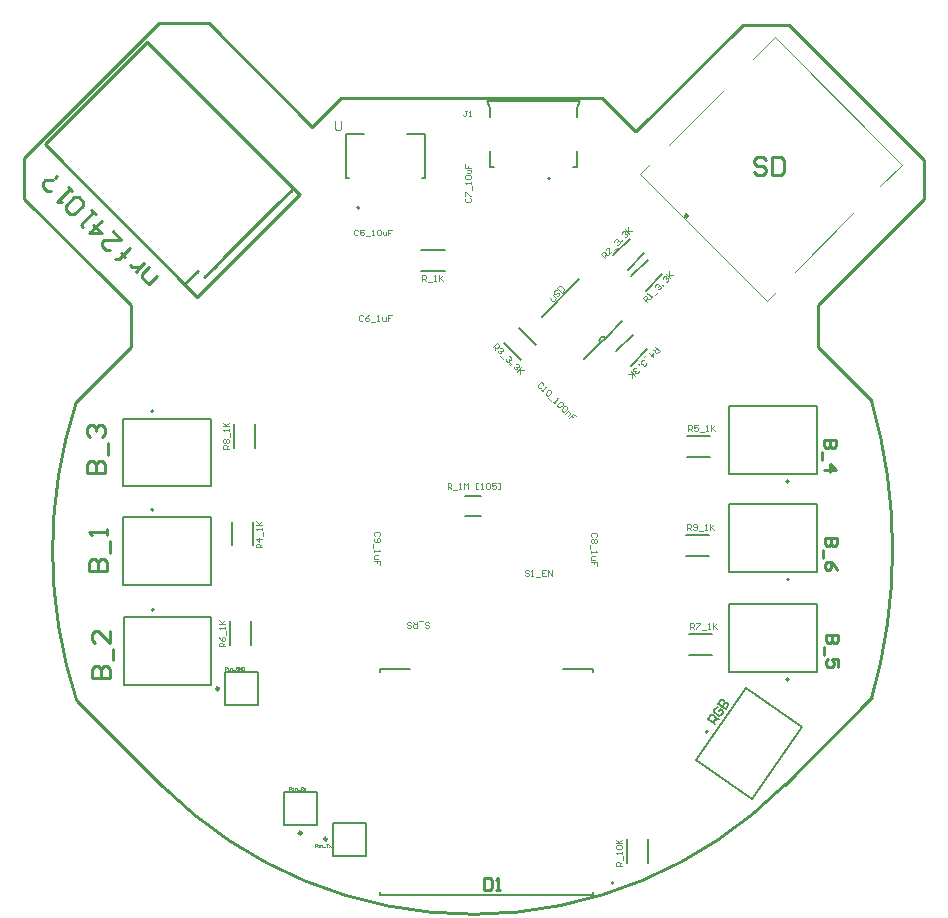
<source format=gbr>
%TF.GenerationSoftware,Altium Limited,Altium Designer,20.0.13 (296)*%
G04 Layer_Color=65535*
%FSLAX45Y45*%
%MOMM*%
%TF.FileFunction,Legend,Top*%
%TF.Part,Single*%
G01*
G75*
%TA.AperFunction,NonConductor*%
%ADD72C,0.20000*%
%ADD73C,0.12700*%
%ADD74C,0.10000*%
%ADD96C,0.25000*%
%ADD97C,0.15240*%
%ADD98C,0.25400*%
%ADD99C,0.20320*%
%ADD100C,0.02540*%
%ADD101C,0.12540*%
D72*
X12406728Y6651558D02*
G03*
X12406728Y6651558I-10000J0D01*
G01*
X13091000Y8770300D02*
G03*
X13091000Y8770300I-10000J0D01*
G01*
X13094080Y7940560D02*
G03*
X13094080Y7940560I-10000J0D01*
G01*
X13091000Y7093900D02*
G03*
X13091000Y7093900I-10000J0D01*
G01*
X7710740Y9365300D02*
G03*
X7710740Y9365300I-10000J0D01*
G01*
X7710200Y8529640D02*
G03*
X7710200Y8529640I-10000J0D01*
G01*
X7715280Y7683820D02*
G03*
X7715280Y7683820I-10000J0D01*
G01*
X11607405Y5371540D02*
G03*
X11607405Y5371540I-10000J0D01*
G01*
X11070260Y11335000D02*
G03*
X11070260Y11335000I-10000J0D01*
G01*
X9455860Y11086680D02*
G03*
X9455860Y11086680I-10000J0D01*
G01*
X8318200Y6875480D02*
X8598200D01*
Y7155480D01*
X8318200D02*
X8598200D01*
X8318200Y6875480D02*
Y7155480D01*
X10540258Y11989999D02*
X10560258Y11935998D01*
X10540258Y11989999D02*
X11320262D01*
X10560258Y11434999D02*
X10595259D01*
X10560258D02*
Y11570000D01*
X11300262Y11935998D02*
X11320262Y11989999D01*
X11300262Y11860002D02*
Y11935998D01*
X11265261Y11434999D02*
X11300262D01*
Y11570000D01*
X10560258Y11860002D02*
Y11935998D01*
X8813500Y5859480D02*
X9093500D01*
X8813500D02*
Y6139480D01*
X9093500D01*
Y5859480D02*
Y6139480D01*
X9234480Y5602280D02*
Y5882279D01*
X9514479D01*
Y5602280D02*
Y5882279D01*
X9234480Y5602280D02*
X9514479D01*
D73*
X12307397Y6415019D02*
X12731847Y7021190D01*
X12307397Y6415019D02*
X12778410Y6085210D01*
X13202859Y6691386D01*
X12731847Y7021190D02*
X13202859Y6691386D01*
X12586000Y8832799D02*
X13325998D01*
Y9407799D01*
X12586000D02*
X13325998D01*
X12586000Y8832799D02*
Y9407799D01*
X12589078Y8003062D02*
X13329082D01*
Y8578063D01*
X12589078D02*
X13329082D01*
X12589078Y8003062D02*
Y8578063D01*
X12586000Y7156399D02*
X13325998D01*
Y7731399D01*
X12586000D02*
X13325998D01*
X12586000Y7156399D02*
Y7731399D01*
X7455738Y9302801D02*
X8195742D01*
X7455738Y8727801D02*
Y9302801D01*
Y8727801D02*
X8195742D01*
Y9302801D01*
X7455200Y8467141D02*
X8195198D01*
X7455200Y7892141D02*
Y8467141D01*
Y7892141D02*
X8195198D01*
Y8467141D01*
X7460280Y7621321D02*
X8200278D01*
X7460280Y7046321D02*
Y7621321D01*
Y7046321D02*
X8200278D01*
Y7621321D01*
X11432408Y5265542D02*
Y5295539D01*
X9632406Y5265542D02*
X11432408D01*
X9632406D02*
Y5295539D01*
X11432408Y7155541D02*
Y7185538D01*
X11181405D02*
X11432408D01*
X9632406D02*
X9883404D01*
X9632406Y7155541D02*
Y7185538D01*
X9338859Y11337981D02*
Y11709979D01*
X10010861Y11337981D02*
Y11709979D01*
X9338859Y11337981D02*
X9364858D01*
X9985858D02*
X10010861D01*
X9861860Y11709979D02*
X10010861D01*
X9338859D02*
X9498858D01*
X10351399Y8644799D02*
X10485399D01*
X10351399Y8474801D02*
X10485399D01*
X11752423Y9746955D02*
X11893845Y9888377D01*
X11626555Y9872823D02*
X11767977Y10014245D01*
X10807543Y10067585D02*
X10948965Y9926163D01*
X10681675Y9941717D02*
X10823097Y9800295D01*
X11879423Y10381955D02*
X12020845Y10523377D01*
X11753555Y10507823D02*
X11894977Y10649245D01*
X11727023Y10559755D02*
X11868445Y10701177D01*
X11601155Y10685623D02*
X11742577Y10827045D01*
X8376818Y8228660D02*
Y8428660D01*
X8554822Y8228660D02*
Y8428660D01*
X8392058Y9056700D02*
Y9256700D01*
X8570062Y9056700D02*
Y9256700D01*
X8359038Y7385380D02*
Y7585380D01*
X8537042Y7385380D02*
Y7585380D01*
X12227098Y9156802D02*
X12427102D01*
X12227098Y8978798D02*
X12427102D01*
X12244400Y7480402D02*
X12444400D01*
X12244400Y7302398D02*
X12444400D01*
X12219000Y8318602D02*
X12419000D01*
X12219000Y8140598D02*
X12419000D01*
X9976658Y10551058D02*
X10176662D01*
X9976658Y10729062D02*
X10176662D01*
X11900002Y5538800D02*
Y5738800D01*
X11721998Y5538800D02*
Y5738800D01*
D74*
X12788910Y12344725D02*
X12974371Y12530181D01*
X13866013Y11267623D02*
X14051468Y11453078D01*
X12974371Y12530181D02*
X14051468Y11453078D01*
X13140715Y10546924D02*
X13635690Y11041898D01*
X12907372Y10299436D02*
X12985152Y10377216D01*
X11832570Y11374237D02*
X12907372Y10299436D01*
X12072986Y11614653D02*
X12539675Y12081342D01*
X11832570Y11374237D02*
X11917421Y11459088D01*
X10202039Y8704074D02*
Y8754057D01*
X10227031D01*
X10235362Y8745727D01*
Y8729065D01*
X10227031Y8720735D01*
X10202039D01*
X10218700D02*
X10235362Y8704074D01*
X10252023Y8695743D02*
X10285345D01*
X10302006Y8704074D02*
X10318667D01*
X10310337D01*
Y8754057D01*
X10302006Y8745727D01*
X10343660Y8704074D02*
Y8754057D01*
X10360321Y8737396D01*
X10376982Y8754057D01*
Y8704074D01*
X10460288D02*
X10443627D01*
Y8754057D01*
X10460288D01*
X10485280Y8704074D02*
X10501941D01*
X10493611D01*
Y8754057D01*
X10485280Y8745727D01*
X10526933D02*
X10535264Y8754057D01*
X10551925D01*
X10560256Y8745727D01*
Y8712404D01*
X10551925Y8704074D01*
X10535264D01*
X10526933Y8712404D01*
Y8745727D01*
X10610239Y8754057D02*
X10576917D01*
Y8729065D01*
X10593578Y8737396D01*
X10601909D01*
X10610239Y8729065D01*
Y8712404D01*
X10601909Y8704074D01*
X10585248D01*
X10576917Y8712404D01*
X10626901Y8704074D02*
X10643562D01*
Y8754057D01*
X10626901D01*
X9486007Y10173207D02*
X9477677Y10181537D01*
X9461016D01*
X9452685Y10173207D01*
Y10139884D01*
X9461016Y10131554D01*
X9477677D01*
X9486007Y10139884D01*
X9535991Y10181537D02*
X9519330Y10173207D01*
X9502669Y10156545D01*
Y10139884D01*
X9510999Y10131554D01*
X9527660D01*
X9535991Y10139884D01*
Y10148215D01*
X9527660Y10156545D01*
X9502669D01*
X9552652Y10123223D02*
X9585975D01*
X9602636Y10131554D02*
X9619297D01*
X9610967D01*
Y10181537D01*
X9602636Y10173207D01*
X9644289Y10164876D02*
Y10139884D01*
X9652620Y10131554D01*
X9677612D01*
Y10164876D01*
X9727595Y10181537D02*
X9694273D01*
Y10156545D01*
X9710934D01*
X9694273D01*
Y10131554D01*
X9443236Y10894567D02*
X9434905Y10902897D01*
X9418244D01*
X9409913Y10894567D01*
Y10861244D01*
X9418244Y10852914D01*
X9434905D01*
X9443236Y10861244D01*
X9493219Y10902897D02*
X9459897D01*
Y10877905D01*
X9476558Y10886236D01*
X9484889D01*
X9493219Y10877905D01*
Y10861244D01*
X9484889Y10852914D01*
X9468227D01*
X9459897Y10861244D01*
X9509880Y10844583D02*
X9543203D01*
X9559864Y10852914D02*
X9576525D01*
X9568195D01*
Y10902897D01*
X9559864Y10894567D01*
X9601517D02*
X9609848Y10902897D01*
X9626509D01*
X9634840Y10894567D01*
Y10861244D01*
X9626509Y10852914D01*
X9609848D01*
X9601517Y10861244D01*
Y10894567D01*
X9651501Y10886236D02*
Y10861244D01*
X9659832Y10852914D01*
X9684823D01*
Y10886236D01*
X9734807Y10902897D02*
X9701485D01*
Y10877905D01*
X9718146D01*
X9701485D01*
Y10852914D01*
X12231937Y8361174D02*
Y8411157D01*
X12256928D01*
X12265259Y8402827D01*
Y8386165D01*
X12256928Y8377835D01*
X12231937D01*
X12248598D02*
X12265259Y8361174D01*
X12281920Y8369504D02*
X12290251Y8361174D01*
X12306912D01*
X12315243Y8369504D01*
Y8402827D01*
X12306912Y8411157D01*
X12290251D01*
X12281920Y8402827D01*
Y8394496D01*
X12290251Y8386165D01*
X12315243D01*
X12331904Y8352843D02*
X12365226D01*
X12381888Y8361174D02*
X12398549D01*
X12390218D01*
Y8411157D01*
X12381888Y8402827D01*
X12423541Y8411157D02*
Y8361174D01*
Y8377835D01*
X12456863Y8411157D01*
X12431872Y8386165D01*
X12456863Y8361174D01*
X8349486Y9044237D02*
X8299503D01*
Y9069229D01*
X8307833Y9077559D01*
X8324494D01*
X8332825Y9069229D01*
Y9044237D01*
Y9060898D02*
X8349486Y9077559D01*
X8307833Y9094221D02*
X8299503Y9102551D01*
Y9119212D01*
X8307833Y9127543D01*
X8316164D01*
X8324494Y9119212D01*
X8332825Y9127543D01*
X8341156D01*
X8349486Y9119212D01*
Y9102551D01*
X8341156Y9094221D01*
X8332825D01*
X8324494Y9102551D01*
X8316164Y9094221D01*
X8307833D01*
X8324494Y9102551D02*
Y9119212D01*
X8357817Y9144204D02*
Y9177527D01*
X8349486Y9194188D02*
Y9210849D01*
Y9202519D01*
X8299503D01*
X8307833Y9194188D01*
X8299503Y9235841D02*
X8349486D01*
X8332825D01*
X8299503Y9269164D01*
X8324494Y9244172D01*
X8349486Y9269164D01*
X12257337Y7522974D02*
Y7572957D01*
X12282328D01*
X12290659Y7564627D01*
Y7547965D01*
X12282328Y7539635D01*
X12257337D01*
X12273998D02*
X12290659Y7522974D01*
X12307320Y7572957D02*
X12340643D01*
Y7564627D01*
X12307320Y7531304D01*
Y7522974D01*
X12357304Y7514643D02*
X12390626D01*
X12407288Y7522974D02*
X12423949D01*
X12415618D01*
Y7572957D01*
X12407288Y7564627D01*
X12448941Y7572957D02*
Y7522974D01*
Y7539635D01*
X12482263Y7572957D01*
X12457272Y7547965D01*
X12482263Y7522974D01*
X8316466Y7372917D02*
X8266482D01*
Y7397908D01*
X8274813Y7406239D01*
X8291474D01*
X8299805Y7397908D01*
Y7372917D01*
Y7389578D02*
X8316466Y7406239D01*
X8266482Y7456223D02*
X8274813Y7439561D01*
X8291474Y7422900D01*
X8308135D01*
X8316466Y7431231D01*
Y7447892D01*
X8308135Y7456223D01*
X8299805D01*
X8291474Y7447892D01*
Y7422900D01*
X8324796Y7472884D02*
Y7506206D01*
X8316466Y7522868D02*
Y7539529D01*
Y7531198D01*
X8266482D01*
X8274813Y7522868D01*
X8266482Y7564521D02*
X8316466D01*
X8299805D01*
X8266482Y7597843D01*
X8291474Y7572852D01*
X8316466Y7597843D01*
X12240037Y9199374D02*
Y9249357D01*
X12265029D01*
X12273359Y9241027D01*
Y9224365D01*
X12265029Y9216035D01*
X12240037D01*
X12256698D02*
X12273359Y9199374D01*
X12323343Y9249357D02*
X12290020D01*
Y9224365D01*
X12306682Y9232696D01*
X12315012D01*
X12323343Y9224365D01*
Y9207704D01*
X12315012Y9199374D01*
X12298351D01*
X12290020Y9207704D01*
X12340004Y9191043D02*
X12373327D01*
X12389988Y9199374D02*
X12406649D01*
X12398318D01*
Y9249357D01*
X12389988Y9241027D01*
X12431641Y9249357D02*
Y9199374D01*
Y9216035D01*
X12464963Y9249357D01*
X12439972Y9224365D01*
X12464963Y9199374D01*
X8633966Y8211117D02*
X8583983D01*
Y8236109D01*
X8592313Y8244439D01*
X8608974D01*
X8617305Y8236109D01*
Y8211117D01*
Y8227778D02*
X8633966Y8244439D01*
Y8286092D02*
X8583983D01*
X8608974Y8261101D01*
Y8294423D01*
X8642297Y8311084D02*
Y8344407D01*
X8633966Y8361068D02*
Y8377729D01*
Y8369399D01*
X8583983D01*
X8592313Y8361068D01*
X8583983Y8402721D02*
X8633966D01*
X8617305D01*
X8583983Y8436044D01*
X8608974Y8411052D01*
X8633966Y8436044D01*
X11961941Y9908593D02*
X11997284Y9873249D01*
X11979612Y9855578D01*
X11967831Y9855577D01*
X11956050Y9867359D01*
Y9879140D01*
X11973722Y9896812D01*
X11961941Y9885031D02*
X11938378Y9885031D01*
X11908925Y9855578D02*
X11944269Y9820234D01*
Y9855578D01*
X11920706Y9832015D01*
X11885362Y9843796D02*
X11861800Y9820234D01*
X11885363Y9773109D02*
X11885362Y9761327D01*
X11873581Y9749546D01*
X11861800Y9749546D01*
X11855909Y9755437D01*
Y9767218D01*
X11861800Y9773109D01*
X11855909Y9767218D01*
X11844128D01*
X11838237Y9773109D01*
Y9784890D01*
X11850018Y9796671D01*
X11861800D01*
X11820565Y9767218D02*
X11826456Y9761327D01*
X11820565Y9755437D01*
X11814675Y9761327D01*
X11820565Y9767218D01*
Y9708312D02*
X11820565Y9696531D01*
X11808784Y9684749D01*
X11797003D01*
X11791112Y9690640D01*
Y9702421D01*
X11797003Y9708312D01*
X11791112Y9702421D01*
X11779331D01*
X11773440Y9708312D01*
Y9720093D01*
X11785222Y9731874D01*
X11797003D01*
X11791112Y9667077D02*
X11755768Y9702421D01*
X11767549Y9690640D01*
Y9643515D01*
Y9678859D01*
X11732206D01*
X10584126Y9907081D02*
X10619470Y9942425D01*
X10637142Y9924753D01*
X10637142Y9912972D01*
X10625361Y9901190D01*
X10613579D01*
X10595907Y9918862D01*
X10607688Y9907081D02*
X10607689Y9883518D01*
X10648923Y9901190D02*
X10660704Y9901190D01*
X10672486Y9889409D01*
Y9877628D01*
X10666595Y9871737D01*
X10654814D01*
X10648923Y9877628D01*
X10654814Y9871737D01*
Y9859956D01*
X10648923Y9854065D01*
X10637142D01*
X10625361Y9865846D01*
Y9877628D01*
X10648923Y9830503D02*
X10672486Y9806940D01*
X10719611Y9830503D02*
X10731392Y9830503D01*
X10743173Y9818721D01*
X10743173Y9806940D01*
X10737283Y9801049D01*
X10725501D01*
X10719611Y9806940D01*
X10725501Y9801049D01*
Y9789268D01*
X10719611Y9783377D01*
X10707829D01*
X10696048Y9795159D01*
Y9806940D01*
X10725501Y9765706D02*
X10731392Y9771596D01*
X10737283Y9765706D01*
X10731392Y9759815D01*
X10725501Y9765706D01*
X10784408D02*
X10796189Y9765705D01*
X10807970Y9753924D01*
Y9742143D01*
X10802080Y9736252D01*
X10790298D01*
X10784408Y9742143D01*
X10790298Y9736252D01*
Y9724471D01*
X10784408Y9718581D01*
X10772626D01*
X10760845Y9730362D01*
Y9742143D01*
X10825642Y9736252D02*
X10790298Y9700909D01*
X10802079Y9712690D01*
X10849205D01*
X10813861D01*
Y9677346D01*
X11535876Y10662589D02*
X11500532Y10697933D01*
X11518205Y10715605D01*
X11529986Y10715605D01*
X11541767Y10703823D01*
Y10692042D01*
X11524095Y10674370D01*
X11535876Y10686151D02*
X11559439Y10686152D01*
X11594783Y10721495D02*
X11571220Y10697933D01*
Y10745058D01*
X11565329Y10750949D01*
X11553548D01*
X11541767Y10739167D01*
X11541767Y10727386D01*
X11612455D02*
X11636017Y10750949D01*
X11612454Y10798074D02*
X11612455Y10809855D01*
X11624236Y10821636D01*
X11636017Y10821636D01*
X11641908Y10815745D01*
Y10803964D01*
X11636017Y10798073D01*
X11641908Y10803964D01*
X11653689D01*
X11659580Y10798074D01*
Y10786292D01*
X11647798Y10774511D01*
X11636017D01*
X11677251Y10803964D02*
X11671361Y10809855D01*
X11677251Y10815745D01*
X11683142Y10809855D01*
X11677251Y10803964D01*
Y10862871D02*
X11677252Y10874652D01*
X11689033Y10886433D01*
X11700814D01*
X11706705Y10880543D01*
Y10868761D01*
X11700814Y10862871D01*
X11706705Y10868761D01*
X11718486D01*
X11724377Y10862871D01*
Y10851089D01*
X11712595Y10839308D01*
X11700814D01*
X11706705Y10904105D02*
X11742048Y10868761D01*
X11730267Y10880542D01*
Y10927668D01*
Y10892324D01*
X11765611D01*
X11888787Y10290168D02*
X11853443Y10325512D01*
X11871115Y10343184D01*
X11882896Y10343184D01*
X11894678Y10331403D01*
Y10319621D01*
X11877006Y10301950D01*
X11888787Y10313731D02*
X11912350Y10313731D01*
X11924131Y10325512D02*
X11935912Y10337293D01*
X11930022Y10331403D01*
X11894678Y10366747D01*
X11894678Y10354965D01*
X11959475Y10349075D02*
X11983038Y10372637D01*
X11959475Y10419762D02*
X11959475Y10431544D01*
X11971256Y10443325D01*
X11983037Y10443325D01*
X11988928Y10437434D01*
Y10425653D01*
X11983037Y10419762D01*
X11988928Y10425653D01*
X12000710D01*
X12006600Y10419762D01*
Y10407981D01*
X11994819Y10396200D01*
X11983037D01*
X12024272Y10425653D02*
X12018381Y10431544D01*
X12024272Y10437434D01*
X12030163Y10431544D01*
X12024272Y10425653D01*
Y10484559D02*
X12024272Y10496341D01*
X12036053Y10508122D01*
X12047834D01*
X12053725Y10502231D01*
Y10490450D01*
X12047834Y10484559D01*
X12053725Y10490450D01*
X12065506D01*
X12071397Y10484559D01*
Y10472778D01*
X12059616Y10460997D01*
X12047834D01*
X12053725Y10525794D02*
X12089069Y10490450D01*
X12077288Y10502231D01*
Y10549356D01*
Y10514012D01*
X12112631D01*
X11013833Y9585221D02*
X11013832Y9597002D01*
X11002051Y9608783D01*
X10990270Y9608783D01*
X10966708Y9585221D01*
Y9573439D01*
X10978489Y9561658D01*
X10990270D01*
X10996161Y9543986D02*
X11007942Y9532205D01*
X11002051Y9538095D01*
X11037395Y9573439D01*
X11025614Y9573439D01*
X11055067Y9543986D02*
X11066848D01*
X11078630Y9532205D01*
Y9520423D01*
X11055067Y9496861D01*
X11043286D01*
X11031504Y9508642D01*
Y9520423D01*
X11055067Y9543986D01*
X11055067Y9473298D02*
X11078630Y9449736D01*
X11096301Y9443845D02*
X11108083Y9432064D01*
X11102192Y9437954D01*
X11137536Y9473298D01*
X11125755Y9473299D01*
X11155208Y9443845D02*
X11166989Y9443845D01*
X11178770Y9432064D01*
Y9420283D01*
X11155208Y9396720D01*
X11143427D01*
X11131645Y9408501D01*
Y9420283D01*
X11155208Y9443845D01*
X11190552Y9408501D02*
X11202333D01*
X11214114Y9396720D01*
X11214114Y9384939D01*
X11190552Y9361376D01*
X11178770D01*
X11166989Y9373158D01*
Y9384939D01*
X11190552Y9408501D01*
X11196442Y9343704D02*
X11220005Y9367267D01*
X11237677Y9349595D01*
Y9337814D01*
X11220005Y9320142D01*
X11290692D02*
X11267130Y9343704D01*
X11249458Y9326033D01*
X11261239Y9314251D01*
X11249458Y9326033D01*
X11231786Y9308361D01*
X10008314Y7535673D02*
X10016645Y7527343D01*
X10033306D01*
X10041637Y7535673D01*
Y7544004D01*
X10033306Y7552335D01*
X10016645D01*
X10008314Y7560665D01*
Y7568996D01*
X10016645Y7577326D01*
X10033306D01*
X10041637Y7568996D01*
X9991653Y7585657D02*
X9958330D01*
X9941669Y7577326D02*
Y7527343D01*
X9916677D01*
X9908347Y7535673D01*
Y7552335D01*
X9916677Y7560665D01*
X9941669D01*
X9925008D02*
X9908347Y7577326D01*
X9858363Y7535673D02*
X9866694Y7527343D01*
X9883355D01*
X9891686Y7535673D01*
Y7544004D01*
X9883355Y7552335D01*
X9866694D01*
X9858363Y7560665D01*
Y7568996D01*
X9866694Y7577326D01*
X9883355D01*
X9891686Y7568996D01*
X10893659Y8009127D02*
X10885328Y8017457D01*
X10868667D01*
X10860337Y8009127D01*
Y8000796D01*
X10868667Y7992465D01*
X10885328D01*
X10893659Y7984135D01*
Y7975804D01*
X10885328Y7967474D01*
X10868667D01*
X10860337Y7975804D01*
X10910320Y7967474D02*
X10926981D01*
X10918651D01*
Y8017457D01*
X10910320Y8009127D01*
X10951974Y7959143D02*
X10985296D01*
X11035280Y8017457D02*
X11001957D01*
Y7967474D01*
X11035280D01*
X11001957Y7992465D02*
X11018618D01*
X11051941Y7967474D02*
Y8017457D01*
X11085263Y7967474D01*
Y8017457D01*
X11679426Y5513637D02*
X11629443D01*
Y5538629D01*
X11637773Y5546959D01*
X11654434D01*
X11662765Y5538629D01*
Y5513637D01*
Y5530298D02*
X11679426Y5546959D01*
X11687757Y5563621D02*
Y5596943D01*
X11679426Y5613604D02*
Y5630265D01*
Y5621935D01*
X11629443D01*
X11637773Y5613604D01*
Y5655257D02*
X11629443Y5663588D01*
Y5680249D01*
X11637773Y5688580D01*
X11671096D01*
X11679426Y5680249D01*
Y5663588D01*
X11671096Y5655257D01*
X11637773D01*
X11629443Y5705241D02*
X11679426D01*
X11662765D01*
X11629443Y5738564D01*
X11654434Y5713572D01*
X11679426Y5738564D01*
X9989189Y10466834D02*
Y10516817D01*
X10014180D01*
X10022511Y10508487D01*
Y10491825D01*
X10014180Y10483495D01*
X9989189D01*
X10005850D02*
X10022511Y10466834D01*
X10039172Y10458503D02*
X10072495D01*
X10089156Y10466834D02*
X10105817D01*
X10097487D01*
Y10516817D01*
X10089156Y10508487D01*
X10130809Y10516817D02*
Y10466834D01*
Y10483495D01*
X10164132Y10516817D01*
X10139140Y10491825D01*
X10164132Y10466834D01*
X9622027Y8308333D02*
X9630357Y8316663D01*
Y8333324D01*
X9622027Y8341655D01*
X9588704D01*
X9580374Y8333324D01*
Y8316663D01*
X9588704Y8308333D01*
Y8291672D02*
X9580374Y8283341D01*
Y8266680D01*
X9588704Y8258349D01*
X9622027D01*
X9630357Y8266680D01*
Y8283341D01*
X9622027Y8291672D01*
X9613696D01*
X9605365Y8283341D01*
Y8258349D01*
X9572043Y8241688D02*
Y8208365D01*
X9580374Y8191704D02*
Y8175043D01*
Y8183374D01*
X9630357D01*
X9622027Y8191704D01*
X9613696Y8150051D02*
X9588704D01*
X9580374Y8141720D01*
Y8116728D01*
X9613696D01*
X9630357Y8066745D02*
Y8100067D01*
X9605365D01*
Y8083406D01*
Y8100067D01*
X9580374D01*
X11455906Y8299812D02*
X11464237Y8308143D01*
Y8324804D01*
X11455906Y8333135D01*
X11422584D01*
X11414253Y8324804D01*
Y8308143D01*
X11422584Y8299812D01*
X11455906Y8283151D02*
X11464237Y8274821D01*
Y8258160D01*
X11455906Y8249829D01*
X11447576D01*
X11439245Y8258160D01*
X11430914Y8249829D01*
X11422584D01*
X11414253Y8258160D01*
Y8274821D01*
X11422584Y8283151D01*
X11430914D01*
X11439245Y8274821D01*
X11447576Y8283151D01*
X11455906D01*
X11439245Y8274821D02*
Y8258160D01*
X11405923Y8233168D02*
Y8199845D01*
X11414253Y8183184D02*
Y8166523D01*
Y8174853D01*
X11464237D01*
X11455906Y8183184D01*
X11447576Y8141531D02*
X11422584D01*
X11414253Y8133200D01*
Y8108208D01*
X11447576D01*
X11464237Y8058225D02*
Y8091547D01*
X11439245D01*
Y8074886D01*
Y8091547D01*
X11414253D01*
X10355073Y11169695D02*
X10346743Y11161365D01*
Y11144704D01*
X10355073Y11136373D01*
X10388396D01*
X10396726Y11144704D01*
Y11161365D01*
X10388396Y11169695D01*
X10346743Y11186357D02*
Y11219679D01*
X10355073D01*
X10388396Y11186357D01*
X10396726D01*
X10405057Y11236340D02*
Y11269663D01*
X10396726Y11286324D02*
Y11302985D01*
Y11294655D01*
X10346743D01*
X10355073Y11286324D01*
Y11327977D02*
X10346743Y11336308D01*
Y11352969D01*
X10355073Y11361300D01*
X10388396D01*
X10396726Y11352969D01*
Y11336308D01*
X10388396Y11327977D01*
X10355073D01*
X10363404Y11377961D02*
X10388396D01*
X10396726Y11386291D01*
Y11411283D01*
X10363404D01*
X10346743Y11461267D02*
Y11427944D01*
X10371735D01*
Y11444606D01*
Y11427944D01*
X10396726D01*
D96*
X8265700Y7015480D02*
G03*
X8265700Y7015480I-12500J0D01*
G01*
X8966000Y5794480D02*
G03*
X8966000Y5794480I-12500J0D01*
G01*
X9181980Y5742280D02*
G03*
X9181980Y5742280I-12500J0D01*
G01*
X12236858Y11017766D02*
G03*
X12236858Y11017766I-12500J0D01*
G01*
D97*
X11539718Y9986707D02*
G03*
X11496613Y9943602I-21553J-21553D01*
G01*
X11539718Y9986706D02*
X11678016Y10125004D01*
X11496614Y9943602D02*
X11539718Y9986706D01*
X11358316Y9805304D02*
X11496614Y9943602D01*
X10999104Y10164516D02*
X11318804Y10484216D01*
D98*
X7787758Y6191670D02*
G03*
X13059306Y6202690I2630265J2641284D01*
G01*
X13792215Y6934185D02*
G03*
X13792215Y9448785I-4356488J1257300D01*
G01*
X7061200Y9448800D02*
G03*
X7062430Y6913548I3840667J-1265763D01*
G01*
X6790228Y11624193D02*
X7656718Y12490684D01*
X6790228Y11624193D02*
X8081264Y10333162D01*
X8230337Y10589997D02*
X8320136Y10679796D01*
X8140517Y10500177D02*
X8230321Y10589981D01*
X7973502Y10440924D02*
X8086639Y10554061D01*
X8320136Y10679796D02*
X8409940Y10769600D01*
X8499744Y10859404D01*
X8589543Y10949203D01*
X8679348Y11039008D01*
X8769152Y11128812D01*
X7656718Y12490684D02*
X8947470Y11199932D01*
X7972740Y10440731D02*
X8085877Y10553873D01*
X8769152Y11128812D02*
X8882289Y11241949D01*
X8081264Y10333162D02*
X8948755Y11200653D01*
X13792204Y6934175D02*
X13792215Y6934185D01*
X13790793Y6934175D02*
X13792204D01*
X13059308Y6202690D02*
X13790793Y6934175D01*
X7061200Y9448800D02*
X7518400Y9906000D01*
X13335001D02*
X13792215Y9448785D01*
X13335001Y9906000D02*
Y10261600D01*
X7518400Y9906000D02*
Y10261600D01*
X7065223Y6912823D02*
X7787757Y6191672D01*
X7315180Y10464820D02*
X7518400Y10261600D01*
X6616700Y11163300D02*
X7315180Y10464820D01*
X6616700Y11163300D02*
Y11176000D01*
Y11506200D01*
X7759670Y12649170D01*
X7759700Y12649200D02*
X7772400D01*
X8178800D01*
X13093700Y12636500D02*
X14236700Y11493500D01*
Y11163300D02*
Y11493500D01*
X12700000Y12636500D02*
X13093700D01*
X13335001Y10261600D02*
X14236700Y11163300D01*
X11798300Y11734800D02*
X12700000Y12636500D01*
X11785600Y11734800D02*
X11798300D01*
X11506200Y12014200D02*
X11785600Y11734800D01*
X9296400Y12014200D02*
X11506200D01*
X9055100Y11772900D02*
X9296400Y12014200D01*
X8178800Y12649200D02*
X9055100Y11772900D01*
X10511389Y5410184D02*
Y5308617D01*
X10562172D01*
X10579100Y5325544D01*
Y5393256D01*
X10562172Y5410184D01*
X10511389D01*
X10612956Y5308617D02*
X10646812D01*
X10629884D01*
Y5410184D01*
X10612956Y5393256D01*
X7742914Y10510574D02*
X7671095Y10438755D01*
X7617231Y10492619D01*
Y10528528D01*
X7671095Y10582392D01*
X7563367Y10546483D02*
X7635186Y10618302D01*
X7599277Y10582392D01*
X7563367D01*
X7527458D01*
X7509503Y10600347D01*
Y10743985D02*
X7419729Y10654211D01*
X7455639Y10690121D01*
X7473594Y10672166D01*
X7437684Y10708075D01*
X7455639Y10690121D01*
X7419729Y10654211D01*
X7383820Y10654211D01*
X7365865Y10887622D02*
X7437684Y10815804D01*
X7294046D01*
X7276092Y10797849D01*
Y10761939D01*
X7312001Y10726030D01*
X7347911D01*
X7276092Y10977396D02*
X7168364Y10869668D01*
X7276092D01*
X7204273Y10941487D01*
X7222228Y11031260D02*
X7186318Y11067169D01*
X7204273Y11049215D01*
X7096545Y10941487D01*
X7114500Y10923532D01*
X7042681Y11031260D02*
X7006771D01*
X6970862Y11067169D01*
Y11103079D01*
X7042681Y11174898D01*
X7078590D01*
X7114500Y11138988D01*
Y11103079D01*
X7042681Y11031260D01*
X7024726Y11228762D02*
X6988817Y11264671D01*
X7006771Y11246716D01*
X6899043Y11138988D01*
X6934953D01*
X6845179Y11228762D02*
X6809270D01*
X6773360Y11264671D01*
Y11300581D01*
X6791315Y11318535D01*
X6863134D01*
X6881089Y11336490D02*
X6899043Y11354444D01*
X13498389Y8288823D02*
X13396822D01*
Y8238039D01*
X13413748Y8221111D01*
X13430676D01*
X13447604Y8238039D01*
Y8288823D01*
Y8238039D01*
X13464532Y8221111D01*
X13481461D01*
X13498389Y8238039D01*
Y8288823D01*
X13379893Y8187255D02*
Y8119544D01*
X13498389Y8017977D02*
X13481461Y8051833D01*
X13447604Y8085688D01*
X13413748D01*
X13396822Y8068760D01*
Y8034905D01*
X13413748Y8017977D01*
X13430676D01*
X13447604Y8034905D01*
Y8085688D01*
X13506007Y7473483D02*
X13404440D01*
Y7422699D01*
X13421368Y7405771D01*
X13438297D01*
X13455225Y7422699D01*
Y7473483D01*
Y7422699D01*
X13472153Y7405771D01*
X13489079D01*
X13506007Y7422699D01*
Y7473483D01*
X13387514Y7371915D02*
Y7304204D01*
X13506007Y7202637D02*
Y7270348D01*
X13455225D01*
X13472153Y7236493D01*
Y7219565D01*
X13455225Y7202637D01*
X13421368D01*
X13404440Y7219565D01*
Y7253420D01*
X13421368Y7270348D01*
X13488228Y9121943D02*
X13386661D01*
Y9071159D01*
X13403587Y9054231D01*
X13420515D01*
X13437444Y9071159D01*
Y9121943D01*
Y9071159D01*
X13454372Y9054231D01*
X13471300D01*
X13488228Y9071159D01*
Y9121943D01*
X13369733Y9020375D02*
Y8952664D01*
X13386661Y8868025D02*
X13488228D01*
X13437444Y8918808D01*
Y8851097D01*
X7147588Y8839266D02*
X7299939D01*
Y8915441D01*
X7274547Y8940833D01*
X7249156D01*
X7223764Y8915441D01*
Y8839266D01*
Y8915441D01*
X7198372Y8940833D01*
X7172980D01*
X7147588Y8915441D01*
Y8839266D01*
X7325331Y8991616D02*
Y9093183D01*
X7172980Y9143967D02*
X7147588Y9169359D01*
Y9220142D01*
X7172980Y9245534D01*
X7198372D01*
X7223764Y9220142D01*
Y9194750D01*
Y9220142D01*
X7249156Y9245534D01*
X7274547D01*
X7299939Y9220142D01*
Y9169359D01*
X7274547Y9143967D01*
X7188228Y7101906D02*
X7340579D01*
Y7178081D01*
X7315187Y7203473D01*
X7289796D01*
X7264404Y7178081D01*
Y7101906D01*
Y7178081D01*
X7239012Y7203473D01*
X7213620D01*
X7188228Y7178081D01*
Y7101906D01*
X7365971Y7254256D02*
Y7355823D01*
X7340579Y7508174D02*
Y7406607D01*
X7239012Y7508174D01*
X7213620D01*
X7188228Y7482782D01*
Y7431999D01*
X7213620Y7406607D01*
X7167908Y8013757D02*
X7320259D01*
Y8089933D01*
X7294867Y8115325D01*
X7269476D01*
X7244084Y8089933D01*
Y8013757D01*
Y8089933D01*
X7218692Y8115325D01*
X7193300D01*
X7167908Y8089933D01*
Y8013757D01*
X7345651Y8166108D02*
Y8267675D01*
X7320259Y8318459D02*
Y8369242D01*
Y8343851D01*
X7167908D01*
X7193300Y8318459D01*
X12897377Y11488985D02*
X12871985Y11514377D01*
X12821201D01*
X12795810Y11488985D01*
Y11463593D01*
X12821201Y11438201D01*
X12871985D01*
X12897377Y11412810D01*
Y11387418D01*
X12871985Y11362026D01*
X12821201D01*
X12795810Y11387418D01*
X12948160Y11514377D02*
Y11362026D01*
X13024336D01*
X13049728Y11387418D01*
Y11488985D01*
X13024336Y11514377D01*
X12948160D01*
D99*
X12469743Y6717395D02*
X12407344Y6761087D01*
X12429190Y6792287D01*
X12446872Y6795405D01*
X12467672Y6780841D01*
X12470790Y6763159D01*
X12448943Y6731959D01*
X12463507Y6752759D02*
X12498871Y6758994D01*
X12490565Y6857804D02*
X12472883Y6854686D01*
X12458318Y6833887D01*
X12461436Y6816205D01*
X12503036Y6787076D01*
X12520718Y6790194D01*
X12535282Y6810994D01*
X12532164Y6828676D01*
X12511364Y6843240D01*
X12496800Y6822440D01*
X12494729Y6885886D02*
X12557128Y6842193D01*
X12578974Y6873393D01*
X12575856Y6891075D01*
X12565456Y6898357D01*
X12547774Y6895239D01*
X12525928Y6864040D01*
X12547774Y6895239D01*
X12544657Y6912921D01*
X12534257Y6920203D01*
X12516575Y6917085D01*
X12494729Y6885886D01*
D100*
X8314717Y7177620D02*
Y7203012D01*
X8327413D01*
X8331645Y7198780D01*
Y7190316D01*
X8327413Y7186084D01*
X8314717D01*
X8340109Y7177620D02*
X8348573D01*
X8344340D01*
Y7194548D01*
X8340109D01*
X8361268Y7177620D02*
Y7194548D01*
X8373964D01*
X8378196Y7190316D01*
Y7177620D01*
X8386660Y7173388D02*
X8403588D01*
X8428980Y7198780D02*
X8424748Y7203012D01*
X8416284D01*
X8412052Y7198780D01*
Y7181852D01*
X8416284Y7177620D01*
X8424748D01*
X8428980Y7181852D01*
Y7190316D01*
X8420516D01*
X8437444Y7177620D02*
Y7203012D01*
X8454372Y7177620D01*
Y7203012D01*
X8462836D02*
Y7177620D01*
X8475532D01*
X8479764Y7181852D01*
Y7198780D01*
X8475532Y7203012D01*
X8462836D01*
X10366641Y11910332D02*
X10349979D01*
X10358310D01*
Y11868679D01*
X10349979Y11860348D01*
X10341649D01*
X10333318Y11868679D01*
X10383302Y11860348D02*
X10399963D01*
X10391633D01*
Y11910332D01*
X10383302Y11902001D01*
X11069640Y10319986D02*
X11088160Y10301466D01*
X11100507D01*
X11119027Y10319986D01*
X11094333Y10344680D01*
X11125200Y10387894D02*
X11112853D01*
X11100507Y10375547D01*
Y10363200D01*
X11106680Y10357027D01*
X11119027D01*
X11131373Y10369373D01*
X11143720D01*
X11149894Y10363200D01*
Y10350853D01*
X11137547Y10338507D01*
X11125200D01*
X11131373Y10406414D02*
X11168414Y10369373D01*
X11186934Y10387894D01*
Y10400240D01*
X11162240Y10424934D01*
X11149894D01*
X11131373Y10406414D01*
X9080353Y5676647D02*
Y5701639D01*
X9092849D01*
X9097014Y5697473D01*
Y5689143D01*
X9092849Y5684977D01*
X9080353D01*
X9105345Y5676647D02*
X9113675D01*
X9109510D01*
Y5693308D01*
X9105345D01*
X9126171Y5676647D02*
Y5693308D01*
X9138667D01*
X9142832Y5689143D01*
Y5676647D01*
X9151163Y5672481D02*
X9167824D01*
X9176155Y5701639D02*
X9192816D01*
X9184485D01*
Y5676647D01*
X9201146Y5693308D02*
X9217808Y5676647D01*
X9209477Y5684977D01*
X9217808Y5693308D01*
X9201146Y5676647D01*
X8861913Y6161787D02*
Y6186779D01*
X8874409D01*
X8878574Y6182613D01*
Y6174283D01*
X8874409Y6170117D01*
X8861913D01*
X8886905Y6161787D02*
X8895235D01*
X8891070D01*
Y6178448D01*
X8886905D01*
X8907731Y6161787D02*
Y6178448D01*
X8920227D01*
X8924392Y6174283D01*
Y6161787D01*
X8932723Y6157621D02*
X8949384D01*
X8957715Y6161787D02*
Y6186779D01*
X8970211D01*
X8974376Y6182613D01*
Y6174283D01*
X8970211Y6170117D01*
X8957715D01*
X8966045D02*
X8974376Y6161787D01*
X8982706Y6178448D02*
X8999368Y6161787D01*
X8991037Y6170117D01*
X8999368Y6178448D01*
X8982706Y6161787D01*
D101*
X9249422Y11823047D02*
Y11756402D01*
X9262751Y11743073D01*
X9289409D01*
X9302738Y11756402D01*
Y11823047D01*
%TF.MD5,8d66a1fc76edd88063732dd0ec1191c3*%
M02*

</source>
